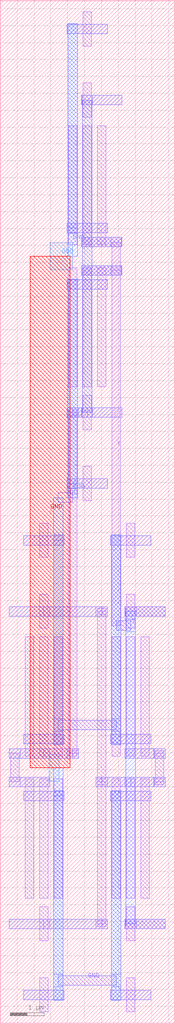
<source format=lef>
MACRO RING_OSC
  ORIGIN 0 0 ;
  FOREIGN RING_OSC 0 0 ;
  SIZE 5.16 BY 30.24 ;
  PIN GND
    DIRECTION INOUT ;
    USE SIGNAL ;
    PORT 
      LAYER M3 ;
        RECT 1.58 0.68 1.86 6.88 ;
      LAYER M3 ;
        RECT 3.3 0.68 3.58 6.88 ;
      LAYER M3 ;
        RECT 1.58 1.075 1.86 1.445 ;
      LAYER M2 ;
        RECT 1.72 1.12 3.44 1.4 ;
      LAYER M3 ;
        RECT 3.3 1.075 3.58 1.445 ;
      LAYER M3 ;
        RECT 2.01 23.36 2.29 29.56 ;
      LAYER M3 ;
        RECT 1.58 6.72 1.86 7.56 ;
      LAYER M4 ;
        RECT 1.45 7.16 1.75 7.96 ;
      LAYER M5 ;
        RECT 0.89 7.56 2.07 22.68 ;
      LAYER M4 ;
        RECT 1.48 22.28 2.15 23.08 ;
      LAYER M3 ;
        RECT 2.01 22.68 2.29 23.52 ;
    END
  END GND
  PIN VDD
    DIRECTION INOUT ;
    USE SIGNAL ;
    PORT 
      LAYER M3 ;
        RECT 1.58 8.24 1.86 14.44 ;
      LAYER M3 ;
        RECT 3.3 8.24 3.58 14.44 ;
      LAYER M3 ;
        RECT 1.58 8.635 1.86 9.005 ;
      LAYER M2 ;
        RECT 1.72 8.68 3.44 8.96 ;
      LAYER M3 ;
        RECT 3.3 8.635 3.58 9.005 ;
      LAYER M3 ;
        RECT 2.01 15.8 2.29 22 ;
      LAYER M3 ;
        RECT 1.58 14.28 1.86 15.54 ;
      LAYER M2 ;
        RECT 1.72 15.4 2.15 15.68 ;
      LAYER M3 ;
        RECT 2.01 15.54 2.29 15.96 ;
    END
  END VDD
  PIN Y
    DIRECTION INOUT ;
    USE SIGNAL ;
    PORT 
      LAYER M2 ;
        RECT 3.7 2.8 4.9 3.08 ;
      LAYER M2 ;
        RECT 3.7 12.04 4.9 12.32 ;
      LAYER M2 ;
        RECT 3.71 2.8 4.03 3.08 ;
      LAYER M3 ;
        RECT 3.73 2.94 4.01 12.18 ;
      LAYER M2 ;
        RECT 3.71 12.04 4.03 12.32 ;
      LAYER M2 ;
        RECT 2.41 22.12 3.61 22.4 ;
      LAYER M2 ;
        RECT 2.41 22.96 3.61 23.24 ;
      LAYER M2 ;
        RECT 3.28 22.12 3.6 22.4 ;
      LAYER M1 ;
        RECT 3.315 22.26 3.565 23.1 ;
      LAYER M2 ;
        RECT 3.28 22.96 3.6 23.24 ;
      LAYER M3 ;
        RECT 3.73 11.575 4.01 11.945 ;
      LAYER M2 ;
        RECT 3.44 11.62 3.87 11.9 ;
      LAYER M1 ;
        RECT 3.315 11.76 3.565 22.26 ;
    END
  END Y
  OBS 
  LAYER M2 ;
        RECT 0.26 7 1.46 7.28 ;
  LAYER M2 ;
        RECT 0.26 7.84 1.46 8.12 ;
  LAYER M2 ;
        RECT 0.27 7 0.59 7.28 ;
  LAYER M1 ;
        RECT 0.305 7.14 0.555 7.98 ;
  LAYER M2 ;
        RECT 0.27 7.84 0.59 8.12 ;
  LAYER M2 ;
        RECT 2.41 17.92 3.61 18.2 ;
  LAYER M2 ;
        RECT 2.41 27.16 3.61 27.44 ;
  LAYER M2 ;
        RECT 2.42 17.92 2.74 18.2 ;
  LAYER M3 ;
        RECT 2.44 18.06 2.72 27.3 ;
  LAYER M2 ;
        RECT 2.42 27.16 2.74 27.44 ;
  LAYER M2 ;
        RECT 1.29 7.84 2.15 8.12 ;
  LAYER M1 ;
        RECT 2.025 7.98 2.275 18.06 ;
  LAYER M2 ;
        RECT 2.15 17.92 2.58 18.2 ;
  LAYER M1 ;
        RECT 2.025 7.895 2.275 8.065 ;
  LAYER M2 ;
        RECT 1.98 7.84 2.32 8.12 ;
  LAYER M1 ;
        RECT 2.025 17.975 2.275 18.145 ;
  LAYER M2 ;
        RECT 1.98 17.92 2.32 18.2 ;
  LAYER M1 ;
        RECT 2.025 7.895 2.275 8.065 ;
  LAYER M2 ;
        RECT 1.98 7.84 2.32 8.12 ;
  LAYER M1 ;
        RECT 2.025 17.975 2.275 18.145 ;
  LAYER M2 ;
        RECT 1.98 17.92 2.32 18.2 ;
  LAYER M2 ;
        RECT 0.26 2.8 1.46 3.08 ;
  LAYER M2 ;
        RECT 3.7 7 4.9 7.28 ;
  LAYER M2 ;
        RECT 3.7 7.84 4.9 8.12 ;
  LAYER M2 ;
        RECT 0.26 12.04 1.46 12.32 ;
  LAYER M2 ;
        RECT 1.29 2.8 3.01 3.08 ;
  LAYER M1 ;
        RECT 2.885 2.94 3.135 7.14 ;
  LAYER M2 ;
        RECT 3.01 7 3.87 7.28 ;
  LAYER M2 ;
        RECT 4.57 7 4.89 7.28 ;
  LAYER M1 ;
        RECT 4.605 7.14 4.855 7.98 ;
  LAYER M2 ;
        RECT 4.57 7.84 4.89 8.12 ;
  LAYER M1 ;
        RECT 2.885 7.14 3.135 12.18 ;
  LAYER M2 ;
        RECT 1.29 12.04 3.01 12.32 ;
  LAYER M1 ;
        RECT 2.885 2.855 3.135 3.025 ;
  LAYER M2 ;
        RECT 2.84 2.8 3.18 3.08 ;
  LAYER M1 ;
        RECT 2.885 7.055 3.135 7.225 ;
  LAYER M2 ;
        RECT 2.84 7 3.18 7.28 ;
  LAYER M1 ;
        RECT 2.885 2.855 3.135 3.025 ;
  LAYER M2 ;
        RECT 2.84 2.8 3.18 3.08 ;
  LAYER M1 ;
        RECT 2.885 7.055 3.135 7.225 ;
  LAYER M2 ;
        RECT 2.84 7 3.18 7.28 ;
  LAYER M1 ;
        RECT 2.885 2.855 3.135 3.025 ;
  LAYER M2 ;
        RECT 2.84 2.8 3.18 3.08 ;
  LAYER M1 ;
        RECT 2.885 7.055 3.135 7.225 ;
  LAYER M2 ;
        RECT 2.84 7 3.18 7.28 ;
  LAYER M1 ;
        RECT 4.605 7.055 4.855 7.225 ;
  LAYER M2 ;
        RECT 4.56 7 4.9 7.28 ;
  LAYER M1 ;
        RECT 4.605 7.895 4.855 8.065 ;
  LAYER M2 ;
        RECT 4.56 7.84 4.9 8.12 ;
  LAYER M1 ;
        RECT 2.885 2.855 3.135 3.025 ;
  LAYER M2 ;
        RECT 2.84 2.8 3.18 3.08 ;
  LAYER M1 ;
        RECT 2.885 7.055 3.135 7.225 ;
  LAYER M2 ;
        RECT 2.84 7 3.18 7.28 ;
  LAYER M1 ;
        RECT 4.605 7.055 4.855 7.225 ;
  LAYER M2 ;
        RECT 4.56 7 4.9 7.28 ;
  LAYER M1 ;
        RECT 4.605 7.895 4.855 8.065 ;
  LAYER M2 ;
        RECT 4.56 7.84 4.9 8.12 ;
  LAYER M1 ;
        RECT 2.885 2.855 3.135 3.025 ;
  LAYER M2 ;
        RECT 2.84 2.8 3.18 3.08 ;
  LAYER M1 ;
        RECT 2.885 7.055 3.135 7.225 ;
  LAYER M2 ;
        RECT 2.84 7 3.18 7.28 ;
  LAYER M1 ;
        RECT 2.885 12.095 3.135 12.265 ;
  LAYER M2 ;
        RECT 2.84 12.04 3.18 12.32 ;
  LAYER M1 ;
        RECT 4.605 7.055 4.855 7.225 ;
  LAYER M2 ;
        RECT 4.56 7 4.9 7.28 ;
  LAYER M1 ;
        RECT 4.605 7.895 4.855 8.065 ;
  LAYER M2 ;
        RECT 4.56 7.84 4.9 8.12 ;
  LAYER M1 ;
        RECT 2.885 2.855 3.135 3.025 ;
  LAYER M2 ;
        RECT 2.84 2.8 3.18 3.08 ;
  LAYER M1 ;
        RECT 2.885 7.055 3.135 7.225 ;
  LAYER M2 ;
        RECT 2.84 7 3.18 7.28 ;
  LAYER M1 ;
        RECT 2.885 12.095 3.135 12.265 ;
  LAYER M2 ;
        RECT 2.84 12.04 3.18 12.32 ;
  LAYER M1 ;
        RECT 4.605 7.055 4.855 7.225 ;
  LAYER M2 ;
        RECT 4.56 7 4.9 7.28 ;
  LAYER M1 ;
        RECT 4.605 7.895 4.855 8.065 ;
  LAYER M2 ;
        RECT 4.56 7.84 4.9 8.12 ;
  LAYER M1 ;
        RECT 3.745 3.695 3.995 7.225 ;
  LAYER M1 ;
        RECT 3.745 2.435 3.995 3.445 ;
  LAYER M1 ;
        RECT 3.745 0.335 3.995 1.345 ;
  LAYER M1 ;
        RECT 4.175 3.695 4.425 7.225 ;
  LAYER M1 ;
        RECT 3.315 3.695 3.565 7.225 ;
  LAYER M2 ;
        RECT 3.27 0.7 4.47 0.98 ;
  LAYER M2 ;
        RECT 3.27 6.58 4.47 6.86 ;
  LAYER M2 ;
        RECT 3.7 7 4.9 7.28 ;
  LAYER M2 ;
        RECT 3.7 2.8 4.9 3.08 ;
  LAYER M3 ;
        RECT 3.3 0.68 3.58 6.88 ;
  LAYER M1 ;
        RECT 1.165 3.695 1.415 7.225 ;
  LAYER M1 ;
        RECT 1.165 2.435 1.415 3.445 ;
  LAYER M1 ;
        RECT 1.165 0.335 1.415 1.345 ;
  LAYER M1 ;
        RECT 0.735 3.695 0.985 7.225 ;
  LAYER M1 ;
        RECT 1.595 3.695 1.845 7.225 ;
  LAYER M2 ;
        RECT 0.69 0.7 1.89 0.98 ;
  LAYER M2 ;
        RECT 0.69 6.58 1.89 6.86 ;
  LAYER M2 ;
        RECT 0.26 7 1.46 7.28 ;
  LAYER M2 ;
        RECT 0.26 2.8 1.46 3.08 ;
  LAYER M3 ;
        RECT 1.58 0.68 1.86 6.88 ;
  LAYER M1 ;
        RECT 3.745 7.895 3.995 11.425 ;
  LAYER M1 ;
        RECT 3.745 11.675 3.995 12.685 ;
  LAYER M1 ;
        RECT 3.745 13.775 3.995 14.785 ;
  LAYER M1 ;
        RECT 4.175 7.895 4.425 11.425 ;
  LAYER M1 ;
        RECT 3.315 7.895 3.565 11.425 ;
  LAYER M2 ;
        RECT 3.27 14.14 4.47 14.42 ;
  LAYER M2 ;
        RECT 3.27 8.26 4.47 8.54 ;
  LAYER M2 ;
        RECT 3.7 7.84 4.9 8.12 ;
  LAYER M2 ;
        RECT 3.7 12.04 4.9 12.32 ;
  LAYER M3 ;
        RECT 3.3 8.24 3.58 14.44 ;
  LAYER M1 ;
        RECT 1.165 7.895 1.415 11.425 ;
  LAYER M1 ;
        RECT 1.165 11.675 1.415 12.685 ;
  LAYER M1 ;
        RECT 1.165 13.775 1.415 14.785 ;
  LAYER M1 ;
        RECT 0.735 7.895 0.985 11.425 ;
  LAYER M1 ;
        RECT 1.595 7.895 1.845 11.425 ;
  LAYER M2 ;
        RECT 0.69 14.14 1.89 14.42 ;
  LAYER M2 ;
        RECT 0.69 8.26 1.89 8.54 ;
  LAYER M2 ;
        RECT 0.26 7.84 1.46 8.12 ;
  LAYER M2 ;
        RECT 0.26 12.04 1.46 12.32 ;
  LAYER M3 ;
        RECT 1.58 8.24 1.86 14.44 ;
  LAYER M1 ;
        RECT 2.455 23.015 2.705 26.545 ;
  LAYER M1 ;
        RECT 2.455 26.795 2.705 27.805 ;
  LAYER M1 ;
        RECT 2.455 28.895 2.705 29.905 ;
  LAYER M1 ;
        RECT 2.885 23.015 3.135 26.545 ;
  LAYER M1 ;
        RECT 2.025 23.015 2.275 26.545 ;
  LAYER M2 ;
        RECT 1.98 29.26 3.18 29.54 ;
  LAYER M2 ;
        RECT 1.98 23.38 3.18 23.66 ;
  LAYER M2 ;
        RECT 2.41 22.96 3.61 23.24 ;
  LAYER M2 ;
        RECT 2.41 27.16 3.61 27.44 ;
  LAYER M3 ;
        RECT 2.01 23.36 2.29 29.56 ;
  LAYER M1 ;
        RECT 2.455 18.815 2.705 22.345 ;
  LAYER M1 ;
        RECT 2.455 17.555 2.705 18.565 ;
  LAYER M1 ;
        RECT 2.455 15.455 2.705 16.465 ;
  LAYER M1 ;
        RECT 2.885 18.815 3.135 22.345 ;
  LAYER M1 ;
        RECT 2.025 18.815 2.275 22.345 ;
  LAYER M2 ;
        RECT 1.98 15.82 3.18 16.1 ;
  LAYER M2 ;
        RECT 1.98 21.7 3.18 21.98 ;
  LAYER M2 ;
        RECT 2.41 22.12 3.61 22.4 ;
  LAYER M2 ;
        RECT 2.41 17.92 3.61 18.2 ;
  LAYER M3 ;
        RECT 2.01 15.8 2.29 22 ;
  END 
END RING_OSC

</source>
